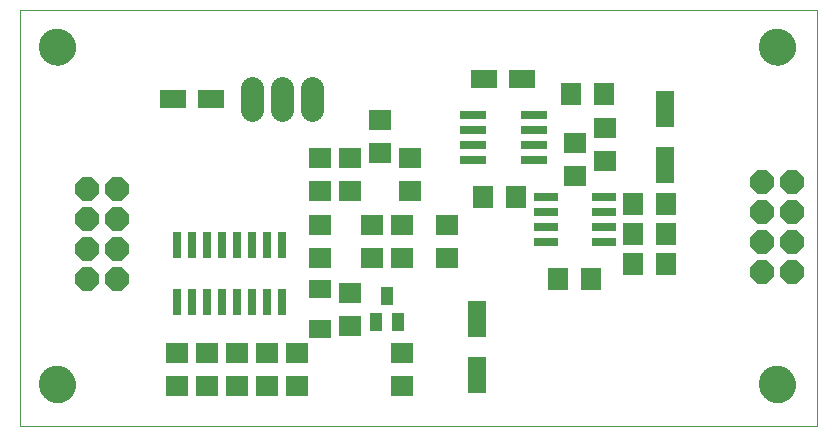
<source format=gts>
G75*
%MOIN*%
%OFA0B0*%
%FSLAX25Y25*%
%IPPOS*%
%LPD*%
%AMOC8*
5,1,8,0,0,1.08239X$1,22.5*
%
%ADD10C,0.00000*%
%ADD11C,0.12211*%
%ADD12R,0.02800X0.08500*%
%ADD13R,0.07487X0.06699*%
%ADD14R,0.07487X0.05912*%
%ADD15R,0.04337X0.05912*%
%ADD16R,0.08200X0.02600*%
%ADD17R,0.06699X0.07487*%
%ADD18R,0.05912X0.12211*%
%ADD19R,0.09061X0.05912*%
%ADD20R,0.09061X0.02762*%
%ADD21C,0.07800*%
%ADD22OC8,0.07800*%
D10*
X0001000Y0001000D02*
X0001000Y0139626D01*
X0266614Y0139626D01*
X0266614Y0001000D01*
X0001000Y0001000D01*
X0007519Y0014740D02*
X0007521Y0014893D01*
X0007527Y0015047D01*
X0007537Y0015200D01*
X0007551Y0015352D01*
X0007569Y0015505D01*
X0007591Y0015656D01*
X0007616Y0015807D01*
X0007646Y0015958D01*
X0007680Y0016108D01*
X0007717Y0016256D01*
X0007758Y0016404D01*
X0007803Y0016550D01*
X0007852Y0016696D01*
X0007905Y0016840D01*
X0007961Y0016982D01*
X0008021Y0017123D01*
X0008085Y0017263D01*
X0008152Y0017401D01*
X0008223Y0017537D01*
X0008298Y0017671D01*
X0008375Y0017803D01*
X0008457Y0017933D01*
X0008541Y0018061D01*
X0008629Y0018187D01*
X0008720Y0018310D01*
X0008814Y0018431D01*
X0008912Y0018549D01*
X0009012Y0018665D01*
X0009116Y0018778D01*
X0009222Y0018889D01*
X0009331Y0018997D01*
X0009443Y0019102D01*
X0009557Y0019203D01*
X0009675Y0019302D01*
X0009794Y0019398D01*
X0009916Y0019491D01*
X0010041Y0019580D01*
X0010168Y0019667D01*
X0010297Y0019749D01*
X0010428Y0019829D01*
X0010561Y0019905D01*
X0010696Y0019978D01*
X0010833Y0020047D01*
X0010972Y0020112D01*
X0011112Y0020174D01*
X0011254Y0020232D01*
X0011397Y0020287D01*
X0011542Y0020338D01*
X0011688Y0020385D01*
X0011835Y0020428D01*
X0011983Y0020467D01*
X0012132Y0020503D01*
X0012282Y0020534D01*
X0012433Y0020562D01*
X0012584Y0020586D01*
X0012737Y0020606D01*
X0012889Y0020622D01*
X0013042Y0020634D01*
X0013195Y0020642D01*
X0013348Y0020646D01*
X0013502Y0020646D01*
X0013655Y0020642D01*
X0013808Y0020634D01*
X0013961Y0020622D01*
X0014113Y0020606D01*
X0014266Y0020586D01*
X0014417Y0020562D01*
X0014568Y0020534D01*
X0014718Y0020503D01*
X0014867Y0020467D01*
X0015015Y0020428D01*
X0015162Y0020385D01*
X0015308Y0020338D01*
X0015453Y0020287D01*
X0015596Y0020232D01*
X0015738Y0020174D01*
X0015878Y0020112D01*
X0016017Y0020047D01*
X0016154Y0019978D01*
X0016289Y0019905D01*
X0016422Y0019829D01*
X0016553Y0019749D01*
X0016682Y0019667D01*
X0016809Y0019580D01*
X0016934Y0019491D01*
X0017056Y0019398D01*
X0017175Y0019302D01*
X0017293Y0019203D01*
X0017407Y0019102D01*
X0017519Y0018997D01*
X0017628Y0018889D01*
X0017734Y0018778D01*
X0017838Y0018665D01*
X0017938Y0018549D01*
X0018036Y0018431D01*
X0018130Y0018310D01*
X0018221Y0018187D01*
X0018309Y0018061D01*
X0018393Y0017933D01*
X0018475Y0017803D01*
X0018552Y0017671D01*
X0018627Y0017537D01*
X0018698Y0017401D01*
X0018765Y0017263D01*
X0018829Y0017123D01*
X0018889Y0016982D01*
X0018945Y0016840D01*
X0018998Y0016696D01*
X0019047Y0016550D01*
X0019092Y0016404D01*
X0019133Y0016256D01*
X0019170Y0016108D01*
X0019204Y0015958D01*
X0019234Y0015807D01*
X0019259Y0015656D01*
X0019281Y0015505D01*
X0019299Y0015352D01*
X0019313Y0015200D01*
X0019323Y0015047D01*
X0019329Y0014893D01*
X0019331Y0014740D01*
X0019329Y0014587D01*
X0019323Y0014433D01*
X0019313Y0014280D01*
X0019299Y0014128D01*
X0019281Y0013975D01*
X0019259Y0013824D01*
X0019234Y0013673D01*
X0019204Y0013522D01*
X0019170Y0013372D01*
X0019133Y0013224D01*
X0019092Y0013076D01*
X0019047Y0012930D01*
X0018998Y0012784D01*
X0018945Y0012640D01*
X0018889Y0012498D01*
X0018829Y0012357D01*
X0018765Y0012217D01*
X0018698Y0012079D01*
X0018627Y0011943D01*
X0018552Y0011809D01*
X0018475Y0011677D01*
X0018393Y0011547D01*
X0018309Y0011419D01*
X0018221Y0011293D01*
X0018130Y0011170D01*
X0018036Y0011049D01*
X0017938Y0010931D01*
X0017838Y0010815D01*
X0017734Y0010702D01*
X0017628Y0010591D01*
X0017519Y0010483D01*
X0017407Y0010378D01*
X0017293Y0010277D01*
X0017175Y0010178D01*
X0017056Y0010082D01*
X0016934Y0009989D01*
X0016809Y0009900D01*
X0016682Y0009813D01*
X0016553Y0009731D01*
X0016422Y0009651D01*
X0016289Y0009575D01*
X0016154Y0009502D01*
X0016017Y0009433D01*
X0015878Y0009368D01*
X0015738Y0009306D01*
X0015596Y0009248D01*
X0015453Y0009193D01*
X0015308Y0009142D01*
X0015162Y0009095D01*
X0015015Y0009052D01*
X0014867Y0009013D01*
X0014718Y0008977D01*
X0014568Y0008946D01*
X0014417Y0008918D01*
X0014266Y0008894D01*
X0014113Y0008874D01*
X0013961Y0008858D01*
X0013808Y0008846D01*
X0013655Y0008838D01*
X0013502Y0008834D01*
X0013348Y0008834D01*
X0013195Y0008838D01*
X0013042Y0008846D01*
X0012889Y0008858D01*
X0012737Y0008874D01*
X0012584Y0008894D01*
X0012433Y0008918D01*
X0012282Y0008946D01*
X0012132Y0008977D01*
X0011983Y0009013D01*
X0011835Y0009052D01*
X0011688Y0009095D01*
X0011542Y0009142D01*
X0011397Y0009193D01*
X0011254Y0009248D01*
X0011112Y0009306D01*
X0010972Y0009368D01*
X0010833Y0009433D01*
X0010696Y0009502D01*
X0010561Y0009575D01*
X0010428Y0009651D01*
X0010297Y0009731D01*
X0010168Y0009813D01*
X0010041Y0009900D01*
X0009916Y0009989D01*
X0009794Y0010082D01*
X0009675Y0010178D01*
X0009557Y0010277D01*
X0009443Y0010378D01*
X0009331Y0010483D01*
X0009222Y0010591D01*
X0009116Y0010702D01*
X0009012Y0010815D01*
X0008912Y0010931D01*
X0008814Y0011049D01*
X0008720Y0011170D01*
X0008629Y0011293D01*
X0008541Y0011419D01*
X0008457Y0011547D01*
X0008375Y0011677D01*
X0008298Y0011809D01*
X0008223Y0011943D01*
X0008152Y0012079D01*
X0008085Y0012217D01*
X0008021Y0012357D01*
X0007961Y0012498D01*
X0007905Y0012640D01*
X0007852Y0012784D01*
X0007803Y0012930D01*
X0007758Y0013076D01*
X0007717Y0013224D01*
X0007680Y0013372D01*
X0007646Y0013522D01*
X0007616Y0013673D01*
X0007591Y0013824D01*
X0007569Y0013975D01*
X0007551Y0014128D01*
X0007537Y0014280D01*
X0007527Y0014433D01*
X0007521Y0014587D01*
X0007519Y0014740D01*
X0007519Y0127240D02*
X0007521Y0127393D01*
X0007527Y0127547D01*
X0007537Y0127700D01*
X0007551Y0127852D01*
X0007569Y0128005D01*
X0007591Y0128156D01*
X0007616Y0128307D01*
X0007646Y0128458D01*
X0007680Y0128608D01*
X0007717Y0128756D01*
X0007758Y0128904D01*
X0007803Y0129050D01*
X0007852Y0129196D01*
X0007905Y0129340D01*
X0007961Y0129482D01*
X0008021Y0129623D01*
X0008085Y0129763D01*
X0008152Y0129901D01*
X0008223Y0130037D01*
X0008298Y0130171D01*
X0008375Y0130303D01*
X0008457Y0130433D01*
X0008541Y0130561D01*
X0008629Y0130687D01*
X0008720Y0130810D01*
X0008814Y0130931D01*
X0008912Y0131049D01*
X0009012Y0131165D01*
X0009116Y0131278D01*
X0009222Y0131389D01*
X0009331Y0131497D01*
X0009443Y0131602D01*
X0009557Y0131703D01*
X0009675Y0131802D01*
X0009794Y0131898D01*
X0009916Y0131991D01*
X0010041Y0132080D01*
X0010168Y0132167D01*
X0010297Y0132249D01*
X0010428Y0132329D01*
X0010561Y0132405D01*
X0010696Y0132478D01*
X0010833Y0132547D01*
X0010972Y0132612D01*
X0011112Y0132674D01*
X0011254Y0132732D01*
X0011397Y0132787D01*
X0011542Y0132838D01*
X0011688Y0132885D01*
X0011835Y0132928D01*
X0011983Y0132967D01*
X0012132Y0133003D01*
X0012282Y0133034D01*
X0012433Y0133062D01*
X0012584Y0133086D01*
X0012737Y0133106D01*
X0012889Y0133122D01*
X0013042Y0133134D01*
X0013195Y0133142D01*
X0013348Y0133146D01*
X0013502Y0133146D01*
X0013655Y0133142D01*
X0013808Y0133134D01*
X0013961Y0133122D01*
X0014113Y0133106D01*
X0014266Y0133086D01*
X0014417Y0133062D01*
X0014568Y0133034D01*
X0014718Y0133003D01*
X0014867Y0132967D01*
X0015015Y0132928D01*
X0015162Y0132885D01*
X0015308Y0132838D01*
X0015453Y0132787D01*
X0015596Y0132732D01*
X0015738Y0132674D01*
X0015878Y0132612D01*
X0016017Y0132547D01*
X0016154Y0132478D01*
X0016289Y0132405D01*
X0016422Y0132329D01*
X0016553Y0132249D01*
X0016682Y0132167D01*
X0016809Y0132080D01*
X0016934Y0131991D01*
X0017056Y0131898D01*
X0017175Y0131802D01*
X0017293Y0131703D01*
X0017407Y0131602D01*
X0017519Y0131497D01*
X0017628Y0131389D01*
X0017734Y0131278D01*
X0017838Y0131165D01*
X0017938Y0131049D01*
X0018036Y0130931D01*
X0018130Y0130810D01*
X0018221Y0130687D01*
X0018309Y0130561D01*
X0018393Y0130433D01*
X0018475Y0130303D01*
X0018552Y0130171D01*
X0018627Y0130037D01*
X0018698Y0129901D01*
X0018765Y0129763D01*
X0018829Y0129623D01*
X0018889Y0129482D01*
X0018945Y0129340D01*
X0018998Y0129196D01*
X0019047Y0129050D01*
X0019092Y0128904D01*
X0019133Y0128756D01*
X0019170Y0128608D01*
X0019204Y0128458D01*
X0019234Y0128307D01*
X0019259Y0128156D01*
X0019281Y0128005D01*
X0019299Y0127852D01*
X0019313Y0127700D01*
X0019323Y0127547D01*
X0019329Y0127393D01*
X0019331Y0127240D01*
X0019329Y0127087D01*
X0019323Y0126933D01*
X0019313Y0126780D01*
X0019299Y0126628D01*
X0019281Y0126475D01*
X0019259Y0126324D01*
X0019234Y0126173D01*
X0019204Y0126022D01*
X0019170Y0125872D01*
X0019133Y0125724D01*
X0019092Y0125576D01*
X0019047Y0125430D01*
X0018998Y0125284D01*
X0018945Y0125140D01*
X0018889Y0124998D01*
X0018829Y0124857D01*
X0018765Y0124717D01*
X0018698Y0124579D01*
X0018627Y0124443D01*
X0018552Y0124309D01*
X0018475Y0124177D01*
X0018393Y0124047D01*
X0018309Y0123919D01*
X0018221Y0123793D01*
X0018130Y0123670D01*
X0018036Y0123549D01*
X0017938Y0123431D01*
X0017838Y0123315D01*
X0017734Y0123202D01*
X0017628Y0123091D01*
X0017519Y0122983D01*
X0017407Y0122878D01*
X0017293Y0122777D01*
X0017175Y0122678D01*
X0017056Y0122582D01*
X0016934Y0122489D01*
X0016809Y0122400D01*
X0016682Y0122313D01*
X0016553Y0122231D01*
X0016422Y0122151D01*
X0016289Y0122075D01*
X0016154Y0122002D01*
X0016017Y0121933D01*
X0015878Y0121868D01*
X0015738Y0121806D01*
X0015596Y0121748D01*
X0015453Y0121693D01*
X0015308Y0121642D01*
X0015162Y0121595D01*
X0015015Y0121552D01*
X0014867Y0121513D01*
X0014718Y0121477D01*
X0014568Y0121446D01*
X0014417Y0121418D01*
X0014266Y0121394D01*
X0014113Y0121374D01*
X0013961Y0121358D01*
X0013808Y0121346D01*
X0013655Y0121338D01*
X0013502Y0121334D01*
X0013348Y0121334D01*
X0013195Y0121338D01*
X0013042Y0121346D01*
X0012889Y0121358D01*
X0012737Y0121374D01*
X0012584Y0121394D01*
X0012433Y0121418D01*
X0012282Y0121446D01*
X0012132Y0121477D01*
X0011983Y0121513D01*
X0011835Y0121552D01*
X0011688Y0121595D01*
X0011542Y0121642D01*
X0011397Y0121693D01*
X0011254Y0121748D01*
X0011112Y0121806D01*
X0010972Y0121868D01*
X0010833Y0121933D01*
X0010696Y0122002D01*
X0010561Y0122075D01*
X0010428Y0122151D01*
X0010297Y0122231D01*
X0010168Y0122313D01*
X0010041Y0122400D01*
X0009916Y0122489D01*
X0009794Y0122582D01*
X0009675Y0122678D01*
X0009557Y0122777D01*
X0009443Y0122878D01*
X0009331Y0122983D01*
X0009222Y0123091D01*
X0009116Y0123202D01*
X0009012Y0123315D01*
X0008912Y0123431D01*
X0008814Y0123549D01*
X0008720Y0123670D01*
X0008629Y0123793D01*
X0008541Y0123919D01*
X0008457Y0124047D01*
X0008375Y0124177D01*
X0008298Y0124309D01*
X0008223Y0124443D01*
X0008152Y0124579D01*
X0008085Y0124717D01*
X0008021Y0124857D01*
X0007961Y0124998D01*
X0007905Y0125140D01*
X0007852Y0125284D01*
X0007803Y0125430D01*
X0007758Y0125576D01*
X0007717Y0125724D01*
X0007680Y0125872D01*
X0007646Y0126022D01*
X0007616Y0126173D01*
X0007591Y0126324D01*
X0007569Y0126475D01*
X0007551Y0126628D01*
X0007537Y0126780D01*
X0007527Y0126933D01*
X0007521Y0127087D01*
X0007519Y0127240D01*
X0247519Y0127240D02*
X0247521Y0127393D01*
X0247527Y0127547D01*
X0247537Y0127700D01*
X0247551Y0127852D01*
X0247569Y0128005D01*
X0247591Y0128156D01*
X0247616Y0128307D01*
X0247646Y0128458D01*
X0247680Y0128608D01*
X0247717Y0128756D01*
X0247758Y0128904D01*
X0247803Y0129050D01*
X0247852Y0129196D01*
X0247905Y0129340D01*
X0247961Y0129482D01*
X0248021Y0129623D01*
X0248085Y0129763D01*
X0248152Y0129901D01*
X0248223Y0130037D01*
X0248298Y0130171D01*
X0248375Y0130303D01*
X0248457Y0130433D01*
X0248541Y0130561D01*
X0248629Y0130687D01*
X0248720Y0130810D01*
X0248814Y0130931D01*
X0248912Y0131049D01*
X0249012Y0131165D01*
X0249116Y0131278D01*
X0249222Y0131389D01*
X0249331Y0131497D01*
X0249443Y0131602D01*
X0249557Y0131703D01*
X0249675Y0131802D01*
X0249794Y0131898D01*
X0249916Y0131991D01*
X0250041Y0132080D01*
X0250168Y0132167D01*
X0250297Y0132249D01*
X0250428Y0132329D01*
X0250561Y0132405D01*
X0250696Y0132478D01*
X0250833Y0132547D01*
X0250972Y0132612D01*
X0251112Y0132674D01*
X0251254Y0132732D01*
X0251397Y0132787D01*
X0251542Y0132838D01*
X0251688Y0132885D01*
X0251835Y0132928D01*
X0251983Y0132967D01*
X0252132Y0133003D01*
X0252282Y0133034D01*
X0252433Y0133062D01*
X0252584Y0133086D01*
X0252737Y0133106D01*
X0252889Y0133122D01*
X0253042Y0133134D01*
X0253195Y0133142D01*
X0253348Y0133146D01*
X0253502Y0133146D01*
X0253655Y0133142D01*
X0253808Y0133134D01*
X0253961Y0133122D01*
X0254113Y0133106D01*
X0254266Y0133086D01*
X0254417Y0133062D01*
X0254568Y0133034D01*
X0254718Y0133003D01*
X0254867Y0132967D01*
X0255015Y0132928D01*
X0255162Y0132885D01*
X0255308Y0132838D01*
X0255453Y0132787D01*
X0255596Y0132732D01*
X0255738Y0132674D01*
X0255878Y0132612D01*
X0256017Y0132547D01*
X0256154Y0132478D01*
X0256289Y0132405D01*
X0256422Y0132329D01*
X0256553Y0132249D01*
X0256682Y0132167D01*
X0256809Y0132080D01*
X0256934Y0131991D01*
X0257056Y0131898D01*
X0257175Y0131802D01*
X0257293Y0131703D01*
X0257407Y0131602D01*
X0257519Y0131497D01*
X0257628Y0131389D01*
X0257734Y0131278D01*
X0257838Y0131165D01*
X0257938Y0131049D01*
X0258036Y0130931D01*
X0258130Y0130810D01*
X0258221Y0130687D01*
X0258309Y0130561D01*
X0258393Y0130433D01*
X0258475Y0130303D01*
X0258552Y0130171D01*
X0258627Y0130037D01*
X0258698Y0129901D01*
X0258765Y0129763D01*
X0258829Y0129623D01*
X0258889Y0129482D01*
X0258945Y0129340D01*
X0258998Y0129196D01*
X0259047Y0129050D01*
X0259092Y0128904D01*
X0259133Y0128756D01*
X0259170Y0128608D01*
X0259204Y0128458D01*
X0259234Y0128307D01*
X0259259Y0128156D01*
X0259281Y0128005D01*
X0259299Y0127852D01*
X0259313Y0127700D01*
X0259323Y0127547D01*
X0259329Y0127393D01*
X0259331Y0127240D01*
X0259329Y0127087D01*
X0259323Y0126933D01*
X0259313Y0126780D01*
X0259299Y0126628D01*
X0259281Y0126475D01*
X0259259Y0126324D01*
X0259234Y0126173D01*
X0259204Y0126022D01*
X0259170Y0125872D01*
X0259133Y0125724D01*
X0259092Y0125576D01*
X0259047Y0125430D01*
X0258998Y0125284D01*
X0258945Y0125140D01*
X0258889Y0124998D01*
X0258829Y0124857D01*
X0258765Y0124717D01*
X0258698Y0124579D01*
X0258627Y0124443D01*
X0258552Y0124309D01*
X0258475Y0124177D01*
X0258393Y0124047D01*
X0258309Y0123919D01*
X0258221Y0123793D01*
X0258130Y0123670D01*
X0258036Y0123549D01*
X0257938Y0123431D01*
X0257838Y0123315D01*
X0257734Y0123202D01*
X0257628Y0123091D01*
X0257519Y0122983D01*
X0257407Y0122878D01*
X0257293Y0122777D01*
X0257175Y0122678D01*
X0257056Y0122582D01*
X0256934Y0122489D01*
X0256809Y0122400D01*
X0256682Y0122313D01*
X0256553Y0122231D01*
X0256422Y0122151D01*
X0256289Y0122075D01*
X0256154Y0122002D01*
X0256017Y0121933D01*
X0255878Y0121868D01*
X0255738Y0121806D01*
X0255596Y0121748D01*
X0255453Y0121693D01*
X0255308Y0121642D01*
X0255162Y0121595D01*
X0255015Y0121552D01*
X0254867Y0121513D01*
X0254718Y0121477D01*
X0254568Y0121446D01*
X0254417Y0121418D01*
X0254266Y0121394D01*
X0254113Y0121374D01*
X0253961Y0121358D01*
X0253808Y0121346D01*
X0253655Y0121338D01*
X0253502Y0121334D01*
X0253348Y0121334D01*
X0253195Y0121338D01*
X0253042Y0121346D01*
X0252889Y0121358D01*
X0252737Y0121374D01*
X0252584Y0121394D01*
X0252433Y0121418D01*
X0252282Y0121446D01*
X0252132Y0121477D01*
X0251983Y0121513D01*
X0251835Y0121552D01*
X0251688Y0121595D01*
X0251542Y0121642D01*
X0251397Y0121693D01*
X0251254Y0121748D01*
X0251112Y0121806D01*
X0250972Y0121868D01*
X0250833Y0121933D01*
X0250696Y0122002D01*
X0250561Y0122075D01*
X0250428Y0122151D01*
X0250297Y0122231D01*
X0250168Y0122313D01*
X0250041Y0122400D01*
X0249916Y0122489D01*
X0249794Y0122582D01*
X0249675Y0122678D01*
X0249557Y0122777D01*
X0249443Y0122878D01*
X0249331Y0122983D01*
X0249222Y0123091D01*
X0249116Y0123202D01*
X0249012Y0123315D01*
X0248912Y0123431D01*
X0248814Y0123549D01*
X0248720Y0123670D01*
X0248629Y0123793D01*
X0248541Y0123919D01*
X0248457Y0124047D01*
X0248375Y0124177D01*
X0248298Y0124309D01*
X0248223Y0124443D01*
X0248152Y0124579D01*
X0248085Y0124717D01*
X0248021Y0124857D01*
X0247961Y0124998D01*
X0247905Y0125140D01*
X0247852Y0125284D01*
X0247803Y0125430D01*
X0247758Y0125576D01*
X0247717Y0125724D01*
X0247680Y0125872D01*
X0247646Y0126022D01*
X0247616Y0126173D01*
X0247591Y0126324D01*
X0247569Y0126475D01*
X0247551Y0126628D01*
X0247537Y0126780D01*
X0247527Y0126933D01*
X0247521Y0127087D01*
X0247519Y0127240D01*
X0247519Y0014740D02*
X0247521Y0014893D01*
X0247527Y0015047D01*
X0247537Y0015200D01*
X0247551Y0015352D01*
X0247569Y0015505D01*
X0247591Y0015656D01*
X0247616Y0015807D01*
X0247646Y0015958D01*
X0247680Y0016108D01*
X0247717Y0016256D01*
X0247758Y0016404D01*
X0247803Y0016550D01*
X0247852Y0016696D01*
X0247905Y0016840D01*
X0247961Y0016982D01*
X0248021Y0017123D01*
X0248085Y0017263D01*
X0248152Y0017401D01*
X0248223Y0017537D01*
X0248298Y0017671D01*
X0248375Y0017803D01*
X0248457Y0017933D01*
X0248541Y0018061D01*
X0248629Y0018187D01*
X0248720Y0018310D01*
X0248814Y0018431D01*
X0248912Y0018549D01*
X0249012Y0018665D01*
X0249116Y0018778D01*
X0249222Y0018889D01*
X0249331Y0018997D01*
X0249443Y0019102D01*
X0249557Y0019203D01*
X0249675Y0019302D01*
X0249794Y0019398D01*
X0249916Y0019491D01*
X0250041Y0019580D01*
X0250168Y0019667D01*
X0250297Y0019749D01*
X0250428Y0019829D01*
X0250561Y0019905D01*
X0250696Y0019978D01*
X0250833Y0020047D01*
X0250972Y0020112D01*
X0251112Y0020174D01*
X0251254Y0020232D01*
X0251397Y0020287D01*
X0251542Y0020338D01*
X0251688Y0020385D01*
X0251835Y0020428D01*
X0251983Y0020467D01*
X0252132Y0020503D01*
X0252282Y0020534D01*
X0252433Y0020562D01*
X0252584Y0020586D01*
X0252737Y0020606D01*
X0252889Y0020622D01*
X0253042Y0020634D01*
X0253195Y0020642D01*
X0253348Y0020646D01*
X0253502Y0020646D01*
X0253655Y0020642D01*
X0253808Y0020634D01*
X0253961Y0020622D01*
X0254113Y0020606D01*
X0254266Y0020586D01*
X0254417Y0020562D01*
X0254568Y0020534D01*
X0254718Y0020503D01*
X0254867Y0020467D01*
X0255015Y0020428D01*
X0255162Y0020385D01*
X0255308Y0020338D01*
X0255453Y0020287D01*
X0255596Y0020232D01*
X0255738Y0020174D01*
X0255878Y0020112D01*
X0256017Y0020047D01*
X0256154Y0019978D01*
X0256289Y0019905D01*
X0256422Y0019829D01*
X0256553Y0019749D01*
X0256682Y0019667D01*
X0256809Y0019580D01*
X0256934Y0019491D01*
X0257056Y0019398D01*
X0257175Y0019302D01*
X0257293Y0019203D01*
X0257407Y0019102D01*
X0257519Y0018997D01*
X0257628Y0018889D01*
X0257734Y0018778D01*
X0257838Y0018665D01*
X0257938Y0018549D01*
X0258036Y0018431D01*
X0258130Y0018310D01*
X0258221Y0018187D01*
X0258309Y0018061D01*
X0258393Y0017933D01*
X0258475Y0017803D01*
X0258552Y0017671D01*
X0258627Y0017537D01*
X0258698Y0017401D01*
X0258765Y0017263D01*
X0258829Y0017123D01*
X0258889Y0016982D01*
X0258945Y0016840D01*
X0258998Y0016696D01*
X0259047Y0016550D01*
X0259092Y0016404D01*
X0259133Y0016256D01*
X0259170Y0016108D01*
X0259204Y0015958D01*
X0259234Y0015807D01*
X0259259Y0015656D01*
X0259281Y0015505D01*
X0259299Y0015352D01*
X0259313Y0015200D01*
X0259323Y0015047D01*
X0259329Y0014893D01*
X0259331Y0014740D01*
X0259329Y0014587D01*
X0259323Y0014433D01*
X0259313Y0014280D01*
X0259299Y0014128D01*
X0259281Y0013975D01*
X0259259Y0013824D01*
X0259234Y0013673D01*
X0259204Y0013522D01*
X0259170Y0013372D01*
X0259133Y0013224D01*
X0259092Y0013076D01*
X0259047Y0012930D01*
X0258998Y0012784D01*
X0258945Y0012640D01*
X0258889Y0012498D01*
X0258829Y0012357D01*
X0258765Y0012217D01*
X0258698Y0012079D01*
X0258627Y0011943D01*
X0258552Y0011809D01*
X0258475Y0011677D01*
X0258393Y0011547D01*
X0258309Y0011419D01*
X0258221Y0011293D01*
X0258130Y0011170D01*
X0258036Y0011049D01*
X0257938Y0010931D01*
X0257838Y0010815D01*
X0257734Y0010702D01*
X0257628Y0010591D01*
X0257519Y0010483D01*
X0257407Y0010378D01*
X0257293Y0010277D01*
X0257175Y0010178D01*
X0257056Y0010082D01*
X0256934Y0009989D01*
X0256809Y0009900D01*
X0256682Y0009813D01*
X0256553Y0009731D01*
X0256422Y0009651D01*
X0256289Y0009575D01*
X0256154Y0009502D01*
X0256017Y0009433D01*
X0255878Y0009368D01*
X0255738Y0009306D01*
X0255596Y0009248D01*
X0255453Y0009193D01*
X0255308Y0009142D01*
X0255162Y0009095D01*
X0255015Y0009052D01*
X0254867Y0009013D01*
X0254718Y0008977D01*
X0254568Y0008946D01*
X0254417Y0008918D01*
X0254266Y0008894D01*
X0254113Y0008874D01*
X0253961Y0008858D01*
X0253808Y0008846D01*
X0253655Y0008838D01*
X0253502Y0008834D01*
X0253348Y0008834D01*
X0253195Y0008838D01*
X0253042Y0008846D01*
X0252889Y0008858D01*
X0252737Y0008874D01*
X0252584Y0008894D01*
X0252433Y0008918D01*
X0252282Y0008946D01*
X0252132Y0008977D01*
X0251983Y0009013D01*
X0251835Y0009052D01*
X0251688Y0009095D01*
X0251542Y0009142D01*
X0251397Y0009193D01*
X0251254Y0009248D01*
X0251112Y0009306D01*
X0250972Y0009368D01*
X0250833Y0009433D01*
X0250696Y0009502D01*
X0250561Y0009575D01*
X0250428Y0009651D01*
X0250297Y0009731D01*
X0250168Y0009813D01*
X0250041Y0009900D01*
X0249916Y0009989D01*
X0249794Y0010082D01*
X0249675Y0010178D01*
X0249557Y0010277D01*
X0249443Y0010378D01*
X0249331Y0010483D01*
X0249222Y0010591D01*
X0249116Y0010702D01*
X0249012Y0010815D01*
X0248912Y0010931D01*
X0248814Y0011049D01*
X0248720Y0011170D01*
X0248629Y0011293D01*
X0248541Y0011419D01*
X0248457Y0011547D01*
X0248375Y0011677D01*
X0248298Y0011809D01*
X0248223Y0011943D01*
X0248152Y0012079D01*
X0248085Y0012217D01*
X0248021Y0012357D01*
X0247961Y0012498D01*
X0247905Y0012640D01*
X0247852Y0012784D01*
X0247803Y0012930D01*
X0247758Y0013076D01*
X0247717Y0013224D01*
X0247680Y0013372D01*
X0247646Y0013522D01*
X0247616Y0013673D01*
X0247591Y0013824D01*
X0247569Y0013975D01*
X0247551Y0014128D01*
X0247537Y0014280D01*
X0247527Y0014433D01*
X0247521Y0014587D01*
X0247519Y0014740D01*
D11*
X0253425Y0014740D03*
X0253425Y0127240D03*
X0013425Y0127240D03*
X0013425Y0014740D03*
D12*
X0053425Y0042240D03*
X0058425Y0042240D03*
X0063425Y0042240D03*
X0068425Y0042240D03*
X0073425Y0042240D03*
X0078425Y0042240D03*
X0083425Y0042240D03*
X0088425Y0042240D03*
X0088425Y0061140D03*
X0083425Y0061140D03*
X0078425Y0061140D03*
X0073425Y0061140D03*
X0068425Y0061140D03*
X0063425Y0061140D03*
X0058425Y0061140D03*
X0053425Y0061140D03*
D13*
X0100925Y0056728D03*
X0118425Y0056728D03*
X0128425Y0056728D03*
X0143425Y0056728D03*
X0143425Y0067752D03*
X0128425Y0067752D03*
X0118425Y0067752D03*
X0100925Y0067752D03*
X0100925Y0079228D03*
X0110925Y0079228D03*
X0130925Y0079228D03*
X0130925Y0090252D03*
X0120925Y0091728D03*
X0110925Y0090252D03*
X0100925Y0090252D03*
X0120925Y0102752D03*
X0185925Y0095252D03*
X0195925Y0100252D03*
X0195925Y0089228D03*
X0185925Y0084228D03*
X0110925Y0045252D03*
X0110925Y0034228D03*
X0093425Y0025252D03*
X0083425Y0025252D03*
X0073425Y0025252D03*
X0063425Y0025252D03*
X0053425Y0025252D03*
X0053425Y0014228D03*
X0063425Y0014228D03*
X0073425Y0014228D03*
X0083425Y0014228D03*
X0093425Y0014228D03*
X0128425Y0014228D03*
X0128425Y0025252D03*
D14*
X0100925Y0033047D03*
X0100925Y0046433D03*
D15*
X0119685Y0035409D03*
X0127165Y0035409D03*
X0123425Y0044071D03*
D16*
X0176225Y0062240D03*
X0176225Y0067240D03*
X0176225Y0072240D03*
X0176225Y0077240D03*
X0195625Y0077240D03*
X0195625Y0072240D03*
X0195625Y0067240D03*
X0195625Y0062240D03*
D17*
X0205413Y0064740D03*
X0216437Y0064740D03*
X0216437Y0074740D03*
X0205413Y0074740D03*
X0166437Y0077240D03*
X0155413Y0077240D03*
X0205413Y0054740D03*
X0216437Y0054740D03*
X0191437Y0049740D03*
X0180413Y0049740D03*
X0184779Y0111572D03*
X0195802Y0111572D03*
D18*
X0215925Y0106689D03*
X0215925Y0087791D03*
X0153425Y0036689D03*
X0153425Y0017791D03*
D19*
X0064724Y0109740D03*
X0052126Y0109740D03*
X0155594Y0116643D03*
X0168192Y0116643D03*
D20*
X0172461Y0104386D03*
X0172461Y0099386D03*
X0172461Y0094386D03*
X0172461Y0089386D03*
X0151988Y0089386D03*
X0151988Y0094386D03*
X0151988Y0099386D03*
X0151988Y0104386D03*
D21*
X0098425Y0106040D02*
X0098425Y0113440D01*
X0088425Y0113440D02*
X0088425Y0106040D01*
X0078425Y0106040D02*
X0078425Y0113440D01*
D22*
X0033425Y0079740D03*
X0023425Y0079740D03*
X0023425Y0069740D03*
X0033425Y0069740D03*
X0033425Y0059740D03*
X0023425Y0059740D03*
X0023425Y0049740D03*
X0033425Y0049740D03*
X0248425Y0052240D03*
X0258425Y0052240D03*
X0258425Y0062240D03*
X0248425Y0062240D03*
X0248425Y0072240D03*
X0258425Y0072240D03*
X0258425Y0082240D03*
X0248425Y0082240D03*
M02*

</source>
